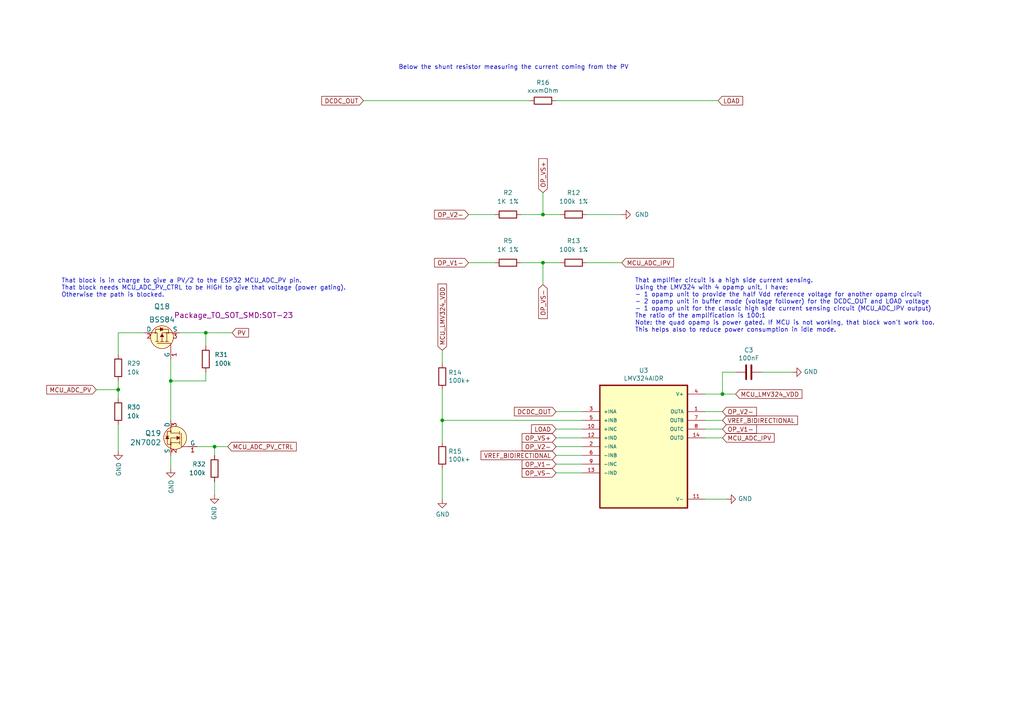
<source format=kicad_sch>
(kicad_sch (version 20211123) (generator eeschema)
  (paper "A4")
  (lib_symbols
    (symbol "Device:R" (pin_numbers hide) (pin_names (offset 0))
      (property "Reference" "R" (at 2.032 0 90))
      (property "Value" "R" (at 0 0 90))
      (symbol "R_0_1"
        (rectangle (start -1.016 -2.54) (end 1.016 2.54) (stroke (width 0.254)))
      )
      (symbol "R_1_1"
        (pin passive line (at 0 3.81 270) (length 1.27) (name "~") (number "1"))
        (pin passive line (at 0 -3.81 90) (length 1.27) (name "~") (number "2"))
      )
    )
    (symbol "SHS_DCDC:2N7002-dk_Transistors-FETs-MOSFETs-Single" (pin_names (offset 0))
      (property "Reference" "Q" (at -2.6924 3.6322 0))
      (property "Value" "2N7002-dk_Transistors-FETs-MOSFETs-Single" (at 3.4544 0 90))
      (symbol "2N7002-dk_Transistors-FETs-MOSFETs-Single_0_1"
        (circle (center -1.27 0) (radius 3.302) (fill (type background)))
        (circle (center 0 -1.905) (radius 0.127))
        (circle (center 0 -1.397) (radius 0.127))
        (polyline (pts (xy 0 -1.397) (xy -2.54 -1.397)))
        (polyline (pts (xy -5.08 -2.54) (xy -3.048 -2.54) (xy -3.048 1.397)))
        (polyline (pts (xy 0 -2.54) (xy 0 0) (xy -2.54 0)))
        (polyline (pts (xy 0 2.54) (xy 0 1.397) (xy -2.54 1.397)))
        (polyline (pts (xy -0.127 -1.905) (xy 1.016 -1.905) (xy 1.016 1.397) (xy 1.016 1.905) (xy -0.127 1.905)))
        (circle (center 0 1.905) (radius 0.127))
      )
      (symbol "2N7002-dk_Transistors-FETs-MOSFETs-Single_1_1"
        (polyline (pts (xy -2.54 -1.397) (xy -2.54 -1.905)))
        (polyline (pts (xy -2.54 -1.397) (xy -2.54 -0.889)))
        (polyline (pts (xy -2.54 0) (xy -2.54 -0.508)))
        (polyline (pts (xy -2.54 0) (xy -2.54 0.508)))
        (polyline (pts (xy -2.54 1.905) (xy -2.54 0.889)))
        (polyline (pts (xy 1.524 0.508) (xy 0.508 0.508)))
        (polyline (pts (xy -2.54 0) (xy -1.778 0.508) (xy -1.778 -0.508) (xy -2.54 0)) (fill (type outline)))
        (polyline (pts (xy 1.016 0.508) (xy 0.508 -0.254) (xy 1.524 -0.254) (xy 1.016 0.508)) (fill (type outline)))
        (pin bidirectional line (at -7.62 -2.54 0) (length 2.54) (name "G") (number "1"))
        (pin bidirectional line (at 0 -5.08 90) (length 2.54) (name "S") (number "2"))
        (pin bidirectional line (at 0 5.08 270) (length 2.54) (name "D") (number "3"))
      )
    )
    (symbol "SHS_DCDC:C-Device" (pin_numbers hide) (pin_names (offset 0.254))
      (property "Reference" "C" (at 0.635 2.54 0))
      (property "Value" "C-Device" (at 0.635 -2.54 0))
      (symbol "C-Device_0_1"
        (polyline (pts (xy -2.032 -0.762) (xy 2.032 -0.762)) (stroke (width 0.508)))
        (polyline (pts (xy -2.032 0.762) (xy 2.032 0.762)) (stroke (width 0.508)))
      )
      (symbol "C-Device_1_1"
        (pin passive line (at 0 3.81 270) (length 2.794) (name "~") (number "1"))
        (pin passive line (at 0 -3.81 90) (length 2.794) (name "~") (number "2"))
      )
    )
    (symbol "SHS_DCDC:GND-power" (power) (pin_names (offset 0))
      (property "Value" "GND-power" (at 0 -3.81 0))
      (symbol "GND-power_0_1"
        (polyline (pts (xy 0 0) (xy 0 -1.27) (xy 1.27 -1.27) (xy 0 -2.54) (xy -1.27 -1.27) (xy 0 -1.27)))
      )
      (symbol "GND-power_1_1"
        (pin power_in line (at 0 0 270) (length 0) hide (name "GND") (number "1"))
      )
    )
    (symbol "SHS_DCDC:LMV324AIDR" (pin_names (offset 1.016))
      (property "Reference" "U" (at -12.7 18.7706 0))
      (property "Value" "LMV324AIDR" (at -12.7 -21.7678 0))
      (symbol "LMV324AIDR_0_0"
        (rectangle (start -12.7 -17.78) (end 12.7 17.78) (stroke (width 0.4064)) (fill (type background)))
        (pin output line (at 17.78 10.16 180) (length 5.08) (name "OUTA") (number "1"))
        (pin input line (at -17.78 5.08 0) (length 5.08) (name "+INC") (number "10"))
        (pin power_in line (at 17.78 -15.24 180) (length 5.08) (name "V-") (number "11"))
        (pin input line (at -17.78 2.54 0) (length 5.08) (name "+IND") (number "12"))
        (pin input line (at -17.78 -7.62 0) (length 5.08) (name "-IND") (number "13"))
        (pin output line (at 17.78 2.54 180) (length 5.08) (name "OUTD") (number "14"))
        (pin input line (at -17.78 0 0) (length 5.08) (name "-INA") (number "2"))
        (pin input line (at -17.78 10.16 0) (length 5.08) (name "+INA") (number "3"))
        (pin power_in line (at 17.78 15.24 180) (length 5.08) (name "V+") (number "4"))
        (pin input line (at -17.78 7.62 0) (length 5.08) (name "+INB") (number "5"))
        (pin input line (at -17.78 -2.54 0) (length 5.08) (name "-INB") (number "6"))
        (pin output line (at 17.78 7.62 180) (length 5.08) (name "OUTB") (number "7"))
        (pin output line (at 17.78 5.08 180) (length 5.08) (name "OUTC") (number "8"))
        (pin input line (at -17.78 -5.08 0) (length 5.08) (name "-INC") (number "9"))
      )
    )
    (symbol "SHS_DCDC:R-Device" (pin_numbers hide) (pin_names (offset 0))
      (property "Reference" "R" (at 2.032 0 90))
      (property "Value" "R-Device" (at 0 0 90))
      (symbol "R-Device_0_1"
        (rectangle (start -1.016 -2.54) (end 1.016 2.54) (stroke (width 0.254)))
      )
      (symbol "R-Device_1_1"
        (pin passive line (at 0 3.81 270) (length 1.27) (name "~") (number "1"))
        (pin passive line (at 0 -3.81 90) (length 1.27) (name "~") (number "2"))
      )
    )
    (symbol "dk_Transistors-FETs-MOSFETs-Single:BSS84" (pin_names (offset 0))
      (property "Reference" "Q" (at -1.6256 5.1054 0))
      (property "Value" "BSS84" (at 4.7244 0 90))
      (symbol "BSS84_0_1"
        (circle (center -1.27 0) (radius 3.302) (fill (type background)))
        (circle (center 0 -1.905) (radius 0.127))
        (circle (center 0 -1.397) (radius 0.127))
        (polyline (pts (xy 0 -1.397) (xy -2.54 -1.397)))
        (polyline (pts (xy -5.08 -2.54) (xy -3.048 -2.54) (xy -3.048 1.397)))
        (polyline (pts (xy 0 -2.54) (xy 0 0) (xy -2.54 0)))
        (polyline (pts (xy 0 2.54) (xy 0 1.397) (xy -2.54 1.397)))
        (polyline (pts (xy -0.127 -1.905) (xy 1.016 -1.905) (xy 1.016 1.397) (xy 1.016 1.905) (xy -0.127 1.905)))
        (circle (center 0 1.905) (radius 0.127))
      )
      (symbol "BSS84_1_1"
        (polyline (pts (xy -2.54 -1.397) (xy -2.54 -1.905)))
        (polyline (pts (xy -2.54 -1.397) (xy -2.54 -0.889)))
        (polyline (pts (xy -2.54 0) (xy -2.54 -0.508)))
        (polyline (pts (xy -2.54 0) (xy -2.54 0.508)))
        (polyline (pts (xy -2.54 1.905) (xy -2.54 0.889)))
        (polyline (pts (xy 1.524 -0.2032) (xy 0.508 -0.2032)))
        (polyline (pts (xy -0.381 0) (xy -1.143 0.508) (xy -1.143 -0.508) (xy -0.381 0)) (fill (type outline)))
        (polyline (pts (xy 1.016 -0.254) (xy 1.524 0.508) (xy 0.508 0.508) (xy 1.016 -0.254)) (fill (type outline)))
        (pin bidirectional line (at -7.62 -2.54 0) (length 2.54) (name "G") (number "1"))
        (pin bidirectional line (at 0 5.08 270) (length 2.54) (name "D") (number "2"))
        (pin bidirectional line (at 0 -5.08 90) (length 2.54) (name "S") (number "3"))
      )
    )
  )
  (junction (at 157.48 76.2))
  (junction (at 128.27 121.92))
  (junction (at 157.48 62.23))
  (junction (at 62.23 129.54))
  (junction (at 209.55 114.3))
  (junction (at 59.69 96.52))
  (junction (at 49.53 110.49))
  (junction (at 34.29 113.03))
  (wire (pts (xy 128.27 121.92) (xy 128.27 113.03)))
  (wire (pts (xy 170.18 76.2) (xy 180.34 76.2)))
  (wire (pts (xy 135.89 76.2) (xy 143.51 76.2)))
  (wire (pts (xy 128.27 121.92) (xy 128.27 128.27)))
  (wire (pts (xy 34.29 96.52) (xy 34.29 102.87)))
  (wire (pts (xy 57.15 129.54) (xy 62.23 129.54)))
  (wire (pts (xy 209.55 114.3) (xy 209.55 107.95)))
  (wire (pts (xy 204.47 119.38) (xy 209.55 119.38)))
  (wire (pts (xy 151.13 76.2) (xy 157.48 76.2)))
  (wire (pts (xy 34.29 123.19) (xy 34.29 130.81)))
  (wire (pts (xy 204.47 124.46) (xy 209.55 124.46)))
  (wire (pts (xy 49.53 104.14) (xy 49.53 110.49)))
  (wire (pts (xy 128.27 135.89) (xy 128.27 144.78)))
  (wire (pts (xy 168.91 134.62) (xy 161.29 134.62)))
  (wire (pts (xy 161.29 137.16) (xy 168.91 137.16)))
  (wire (pts (xy 59.69 96.52) (xy 52.07 96.52)))
  (wire (pts (xy 34.29 96.52) (xy 41.91 96.52)))
  (wire (pts (xy 135.89 62.23) (xy 143.51 62.23)))
  (wire (pts (xy 59.69 107.95) (xy 59.69 110.49)))
  (wire (pts (xy 49.53 110.49) (xy 59.69 110.49)))
  (wire (pts (xy 210.82 144.78) (xy 204.47 144.78)))
  (wire (pts (xy 49.53 132.08) (xy 49.53 135.89)))
  (wire (pts (xy 62.23 129.54) (xy 66.04 129.54)))
  (wire (pts (xy 62.23 139.7) (xy 62.23 143.51)))
  (wire (pts (xy 209.55 114.3) (xy 213.36 114.3)))
  (wire (pts (xy 168.91 132.08) (xy 161.29 132.08)))
  (wire (pts (xy 67.31 96.52) (xy 59.69 96.52)))
  (wire (pts (xy 62.23 129.54) (xy 62.23 132.08)))
  (wire (pts (xy 161.29 127) (xy 168.91 127)))
  (wire (pts (xy 168.91 124.46) (xy 161.29 124.46)))
  (wire (pts (xy 170.18 62.23) (xy 180.34 62.23)))
  (wire (pts (xy 204.47 121.92) (xy 209.55 121.92)))
  (wire (pts (xy 157.48 55.88) (xy 157.48 62.23)))
  (wire (pts (xy 157.48 62.23) (xy 162.56 62.23)))
  (wire (pts (xy 157.48 76.2) (xy 157.48 82.55)))
  (wire (pts (xy 209.55 107.95) (xy 213.36 107.95)))
  (wire (pts (xy 49.53 110.49) (xy 49.53 121.92)))
  (wire (pts (xy 59.69 96.52) (xy 59.69 100.33)))
  (wire (pts (xy 34.29 110.49) (xy 34.29 113.03)))
  (wire (pts (xy 105.41 29.21) (xy 153.67 29.21)))
  (wire (pts (xy 34.29 113.03) (xy 34.29 115.57)))
  (wire (pts (xy 161.29 119.38) (xy 168.91 119.38)))
  (wire (pts (xy 168.91 129.54) (xy 161.29 129.54)))
  (wire (pts (xy 27.94 113.03) (xy 34.29 113.03)))
  (wire (pts (xy 204.47 114.3) (xy 209.55 114.3)))
  (wire (pts (xy 128.27 105.41) (xy 128.27 101.6)))
  (wire (pts (xy 220.98 107.95) (xy 229.87 107.95)))
  (wire (pts (xy 128.27 121.92) (xy 168.91 121.92)))
  (wire (pts (xy 161.29 29.21) (xy 208.28 29.21)))
  (wire (pts (xy 151.13 62.23) (xy 157.48 62.23)))
  (wire (pts (xy 157.48 76.2) (xy 162.56 76.2)))
  (wire (pts (xy 204.47 127) (xy 209.55 127)))
  (text "That amplifier circuit is a high side current sensing.\nUsing the LMV324 with 4 opamp unit, I have:\n- 1 opamp unit to provide the half Vdd reference voltage for another opamp circuit\n- 2 opamp unit in buffer mode (voltage follower) for the DCDC_OUT and LOAD voltage\n- 1 opamp unit for the classic high side current sensing circuit (MCU_ADC_IPV output)\nThe ratio of the amplification is 100:1\nNote: the quad opamp is power gated. If MCU is not working, that block won't work too.\nThis helps also to reduce power consumption in idle mode." (at 184.15 96.52 0) (effects (font (size 1.27 1.27)) (justify left bottom)))
  (text "Below the shunt resistor measuring the current coming from the PV\n" (at 115.57 20.32 0) (effects (font (size 1.27 1.27)) (justify left bottom)))
  (text "That block is in charge to give a PV/2 to the ESP32 MCU_ADC_PV pin.\nThat block needs MCU_ADC_PV_CTRL to be HIGH to give that voltage (power gating).\nOtherwise the path is blocked." (at 17.78 86.36 0) (effects (font (size 1.27 1.27)) (justify left bottom)))
  (global_label "OP_V2-" (shape input) (at 135.89 62.23 180) (property "Intersheet References" "${INTERSHEET_REFS}" (effects hide)))
  (global_label "VREF_BIDIRECTIONAL" (shape input) (at 161.29 132.08 180) (property "Intersheet References" "${INTERSHEET_REFS}" (effects hide)))
  (global_label "MCU_LMV324_VDD" (shape input) (at 128.27 101.6 90) (property "Intersheet References" "${INTERSHEET_REFS}" (effects hide)))
  (global_label "OP_VS+" (shape input) (at 157.48 55.88 90) (property "Intersheet References" "${INTERSHEET_REFS}" (effects hide)))
  (global_label "MCU_ADC_IPV" (shape input) (at 180.34 76.2 0) (property "Intersheet References" "${INTERSHEET_REFS}" (effects hide)))
  (global_label "MCU_ADC_PV_CTRL" (shape input) (at 66.04 129.54 0) (property "Intersheet References" "${INTERSHEET_REFS}" (effects hide)))
  (global_label "VREF_BIDIRECTIONAL" (shape input) (at 209.55 121.92 0) (property "Intersheet References" "${INTERSHEET_REFS}" (effects hide)))
  (global_label "DCDC_OUT" (shape input) (at 105.41 29.21 180) (property "Intersheet References" "${INTERSHEET_REFS}" (effects hide)))
  (global_label "DCDC_OUT" (shape input) (at 161.29 119.38 180) (property "Intersheet References" "${INTERSHEET_REFS}" (effects hide)))
  (global_label "MCU_ADC_PV" (shape input) (at 27.94 113.03 180) (property "Intersheet References" "${INTERSHEET_REFS}" (effects hide)))
  (global_label "OP_VS-" (shape input) (at 157.48 82.55 270) (property "Intersheet References" "${INTERSHEET_REFS}" (effects hide)))
  (global_label "OP_VS+" (shape input) (at 161.29 127 180) (property "Intersheet References" "${INTERSHEET_REFS}" (effects hide)))
  (global_label "MCU_LMV324_VDD" (shape input) (at 213.36 114.3 0) (property "Intersheet References" "${INTERSHEET_REFS}" (effects hide)))
  (global_label "OP_VS-" (shape input) (at 161.29 137.16 180) (property "Intersheet References" "${INTERSHEET_REFS}" (effects hide)))
  (global_label "PV" (shape input) (at 67.31 96.52 0) (property "Intersheet References" "${INTERSHEET_REFS}" (effects hide)))
  (global_label "OP_V2-" (shape input) (at 209.55 119.38 0) (property "Intersheet References" "${INTERSHEET_REFS}" (effects hide)))
  (global_label "LOAD" (shape input) (at 208.28 29.21 0) (property "Intersheet References" "${INTERSHEET_REFS}" (effects hide)))
  (global_label "OP_V1-" (shape input) (at 209.55 124.46 0) (property "Intersheet References" "${INTERSHEET_REFS}" (effects hide)))
  (global_label "LOAD" (shape input) (at 161.29 124.46 180) (property "Intersheet References" "${INTERSHEET_REFS}" (effects hide)))
  (global_label "OP_V1-" (shape input) (at 135.89 76.2 180) (property "Intersheet References" "${INTERSHEET_REFS}" (effects hide)))
  (global_label "OP_V1-" (shape input) (at 161.29 134.62 180) (property "Intersheet References" "${INTERSHEET_REFS}" (effects hide)))
  (global_label "OP_V2-" (shape input) (at 161.29 129.54 180) (property "Intersheet References" "${INTERSHEET_REFS}" (effects hide)))
  (global_label "MCU_ADC_IPV" (shape input) (at 209.55 127 0) (property "Intersheet References" "${INTERSHEET_REFS}" (effects hide)))
  (symbol (lib_id "Device:R") (at 62.23 135.89 0) (mirror x) (unit 1)
    (property "Reference" "R32" (at 59.69 134.6199 0) (effects (justify right)))
    (property "Value" "100k" (at 59.69 137.1599 0) (effects (justify right)))
    (property "Footprint" "Resistor_SMD:R_0402_1005Metric" (effects hide))
  )
  (symbol (lib_id "SHS_DCDC:GND-power") (at 34.29 130.81 0) (unit 1)
    (property "Reference" "#PWR0128" (effects hide))
    (property "Value" "GND-power" (at 34.417 134.0612 90) (effects (justify right)))
  )
  (symbol (lib_id "SHS_DCDC:GND-power") (at 229.87 107.95 90) (unit 1)
    (property "Reference" "#PWR0103" (effects hide))
    (property "Value" "GND-power" (at 233.1212 107.823 90) (effects (justify right)))
  )
  (symbol (lib_id "Device:R") (at 34.29 119.38 180) (unit 1)
    (property "Reference" "R30" (at 36.83 118.1099 0) (effects (justify right)))
    (property "Value" "10k" (at 36.83 120.6499 0) (effects (justify right)))
    (property "Footprint" "Resistor_SMD:R_0402_1005Metric" (effects hide))
  )
  (symbol (lib_id "Device:R") (at 166.37 62.23 90) (unit 1)
    (property "Reference" "R12" (at 166.37 55.88 90))
    (property "Value" "100k 1%" (at 166.37 58.42 90))
    (property "Footprint" "Resistor_SMD:R_0402_1005Metric" (effects hide))
  )
  (symbol (lib_id "SHS_DCDC:C-Device") (at 217.17 107.95 270) (unit 1)
    (property "Reference" "C3" (at 217.17 101.5492 90))
    (property "Value" "100nF" (at 217.17 103.8606 90))
    (property "Footprint" "Capacitor_SMD:C_0402_1005Metric" (effects hide))
  )
  (symbol (lib_id "Device:R") (at 34.29 106.68 180) (unit 1)
    (property "Reference" "R29" (at 36.83 105.4099 0) (effects (justify right)))
    (property "Value" "10k" (at 36.83 107.9499 0) (effects (justify right)))
    (property "Footprint" "Resistor_SMD:R_0402_1005Metric" (effects hide))
  )
  (symbol (lib_id "SHS_DCDC:R-Device") (at 128.27 132.08 0) (unit 1)
    (property "Reference" "R15" (at 130.048 130.9116 0) (effects (justify left)))
    (property "Value" "100k+" (at 130.048 133.223 0) (effects (justify left)))
    (property "Footprint" "Resistor_SMD:R_0603_1608Metric" (effects hide))
  )
  (symbol (lib_id "SHS_DCDC:GND-power") (at 180.34 62.23 90) (unit 1)
    (property "Reference" "#PWR0118" (effects hide))
    (property "Value" "GND-power" (at 184.15 62.2299 90) (effects (justify right)))
  )
  (symbol (lib_id "SHS_DCDC:R-Device") (at 157.48 29.21 270) (unit 1)
    (property "Reference" "R16" (at 157.48 23.9522 90))
    (property "Value" "xxxmOhm" (at 157.48 26.2636 90))
    (property "Footprint" "Resistor_SMD:R_1206_3216Metric" (effects hide))
  )
  (symbol (lib_id "Device:R") (at 59.69 104.14 180) (unit 1)
    (property "Reference" "R31" (at 62.23 102.8699 0) (effects (justify right)))
    (property "Value" "100k" (at 62.23 105.4099 0) (effects (justify right)))
    (property "Footprint" "Resistor_SMD:R_0402_1005Metric" (effects hide))
  )
  (symbol (lib_id "SHS_DCDC:GND-power") (at 62.23 143.51 0) (mirror y) (unit 1)
    (property "Reference" "#PWR0126" (effects hide))
    (property "Value" "GND-power" (at 62.103 146.7612 90) (effects (justify right)))
  )
  (symbol (lib_id "SHS_DCDC:R-Device") (at 128.27 109.22 0) (unit 1)
    (property "Reference" "R14" (at 130.048 108.0516 0) (effects (justify left)))
    (property "Value" "100k+" (at 130.048 110.363 0) (effects (justify left)))
    (property "Footprint" "Resistor_SMD:R_0603_1608Metric" (effects hide))
  )
  (symbol (lib_id "SHS_DCDC:GND-power") (at 128.27 144.78 0) (unit 1)
    (property "Reference" "#PWR0101" (effects hide))
    (property "Value" "GND-power" (at 128.397 149.1742 0))
  )
  (symbol (lib_id "SHS_DCDC:2N7002-dk_Transistors-FETs-MOSFETs-Single") (at 49.53 127 0) (mirror y) (unit 1)
    (property "Reference" "Q19" (at 46.7868 125.6538 0) (effects (font (size 1.524 1.524)) (justify left)))
    (property "Value" "2N7002" (at 46.7868 128.3462 0) (effects (font (size 1.524 1.524)) (justify left)))
    (property "Footprint" "Package_TO_SOT_SMD:SOT-23" (effects hide))
    (property "Datasheet" "https://www.onsemi.com/pub/Collateral/NDS7002A-D.PDF" (effects hide))
    (property "Digi-Key_PN" "2N7002NCT-ND" (effects hide))
    (property "MPN" "2N7002" (effects hide))
    (property "Category" "Discrete Semiconductor Products" (effects hide))
    (property "Family" "Transistors - FETs, MOSFETs - Single" (effects hide))
    (property "DK_Datasheet_Link" "https://www.onsemi.com/pub/Collateral/NDS7002A-D.PDF" (effects hide))
    (property "DK_Detail_Page" "/product-detail/en/on-semiconductor/2N7002/2N7002NCT-ND/244664" (effects hide))
    (property "Description" "MOSFET N-CH 60V 115MA SOT-23" (effects hide))
    (property "Manufacturer" "ON Semiconductor" (effects hide))
    (property "Status" "Active" (effects hide))
  )
  (symbol (lib_id "Device:R") (at 147.32 62.23 90) (unit 1)
    (property "Reference" "R2" (at 147.32 55.88 90))
    (property "Value" "1K 1%" (at 147.32 58.42 90))
    (property "Footprint" "Resistor_SMD:R_0402_1005Metric" (effects hide))
  )
  (symbol (lib_id "SHS_DCDC:LMV324AIDR") (at 186.69 129.54 0) (unit 1)
    (property "Reference" "U3" (at 186.69 107.442 0))
    (property "Value" "LMV324AIDR" (at 186.69 109.7534 0))
    (property "Footprint" "Ti - LMV324AIDR:SOIC127P600X175-14N" (effects hide))
  )
  (symbol (lib_id "Device:R") (at 166.37 76.2 90) (unit 1)
    (property "Reference" "R13" (at 166.37 69.85 90))
    (property "Value" "100k 1%" (at 166.37 72.39 90))
    (property "Footprint" "Resistor_SMD:R_0402_1005Metric" (effects hide))
  )
  (symbol (lib_id "dk_Transistors-FETs-MOSFETs-Single:BSS84") (at 46.99 96.52 90) (unit 1)
    (property "Reference" "Q18" (at 46.99 88.9 90) (effects (font (size 1.524 1.524))))
    (property "Value" "BSS84" (at 46.99 92.71 90) (effects (font (size 1.524 1.524))))
    (property "Footprint" "Package_TO_SOT_SMD:SOT-23" (at 85.09 91.44 90) (effects (font (size 1.524 1.524)) (justify left)))
    (property "Datasheet" "https://www.onsemi.com/pub/Collateral/BSS84-D.PDF" (effects hide))
    (property "Digi-Key_PN" "BSS84CT-ND" (effects hide))
    (property "MPN" "BSS84" (effects hide))
    (property "Category" "Discrete Semiconductor Products" (effects hide))
    (property "Family" "Transistors - FETs, MOSFETs - Single" (effects hide))
    (property "DK_Datasheet_Link" "https://www.onsemi.com/pub/Collateral/BSS84-D.PDF" (effects hide))
    (property "DK_Detail_Page" "/product-detail/en/on-semiconductor/BSS84/BSS84CT-ND/244297" (effects hide))
    (property "Description" "MOSFET P-CH 50V 130MA SOT-23" (effects hide))
    (property "Manufacturer" "ON Semiconductor" (effects hide))
    (property "Status" "Active" (effects hide))
  )
  (symbol (lib_id "Device:R") (at 147.32 76.2 90) (unit 1)
    (property "Reference" "R5" (at 147.32 69.85 90))
    (property "Value" "1K 1%" (at 147.32 72.39 90))
    (property "Footprint" "Resistor_SMD:R_0402_1005Metric" (effects hide))
  )
  (symbol (lib_id "SHS_DCDC:GND-power") (at 210.82 144.78 90) (unit 1)
    (property "Reference" "#PWR0117" (effects hide))
    (property "Value" "GND-power" (at 214.0712 144.653 90) (effects (justify right)))
  )
  (symbol (lib_id "SHS_DCDC:GND-power") (at 49.53 135.89 0) (unit 1)
    (property "Reference" "#PWR0127" (effects hide))
    (property "Value" "GND-power" (at 49.657 139.1412 90) (effects (justify right)))
  )
)
</source>
